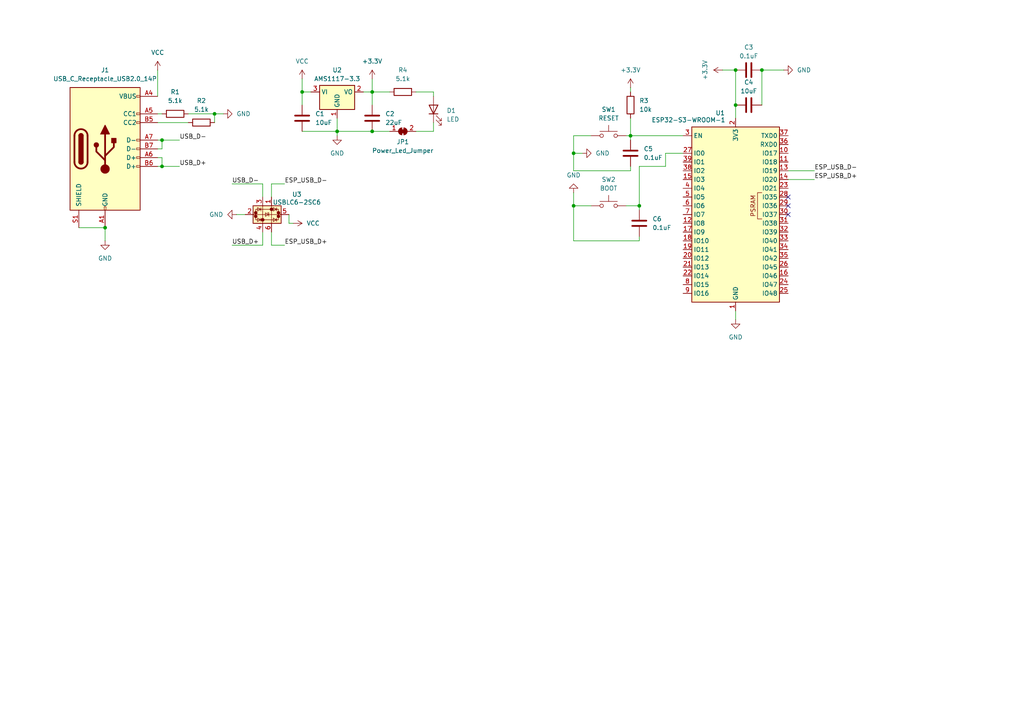
<source format=kicad_sch>
(kicad_sch (version 20231120) (generator "eeschema") (generator_version "8.0")
  (paper "A4")
  (lib_symbols
    (symbol "Connector:USB_C_Receptacle_USB2.0_14P" (pin_names (offset 1.016))
      (property "Reference" "J" (at 0 22.225 0))
      (property "Value" "USB_C_Receptacle_USB2.0_14P" (at 0 19.685 0))
      (symbol "USB_C_Receptacle_USB2.0_14P_0_0"
        (rectangle (start -0.254 -17.78) (end 0.254 -16.764))
        (rectangle (start 10.16 -4.826) (end 9.144 -5.334))
        (rectangle (start 10.16 -2.286) (end 9.144 -2.794))
        (rectangle (start 10.16 0.254) (end 9.144 -0.254))
        (rectangle (start 10.16 2.794) (end 9.144 2.286))
        (rectangle (start 10.16 7.874) (end 9.144 7.366))
        (rectangle (start 10.16 10.414) (end 9.144 9.906))
        (rectangle (start 10.16 15.494) (end 9.144 14.986))
      )
      (symbol "USB_C_Receptacle_USB2.0_14P_0_1"
        (rectangle (start -10.16 17.78) (end 10.16 -17.78) (stroke (width 0.254)) (fill (type background)))
        (arc (start -8.89 -3.81) (mid -6.985 -5.7067) (end -5.08 -3.81) (stroke (width 0.508)))
        (arc (start -7.62 -3.81) (mid -6.985 -4.4423) (end -6.35 -3.81) (stroke (width 0.254)))
        (arc (start -7.62 -3.81) (mid -6.985 -4.4423) (end -6.35 -3.81) (stroke (width 0.254)) (fill (type outline)))
        (rectangle (start -7.62 -3.81) (end -6.35 3.81) (stroke (width 0.254)) (fill (type outline)))
        (arc (start -6.35 3.81) (mid -6.985 4.4423) (end -7.62 3.81) (stroke (width 0.254)))
        (arc (start -6.35 3.81) (mid -6.985 4.4423) (end -7.62 3.81) (stroke (width 0.254)) (fill (type outline)))
        (arc (start -5.08 3.81) (mid -6.985 5.7067) (end -8.89 3.81) (stroke (width 0.508)))
        (circle (center -2.54 1.143) (radius 0.635) (stroke (width 0.254)) (fill (type outline)))
        (circle (center 0 -5.842) (radius 1.27) (fill (type outline)))
        (polyline (pts (xy -8.89 -3.81) (xy -8.89 3.81)) (stroke (width 0.508)))
        (polyline (pts (xy -5.08 3.81) (xy -5.08 -3.81)) (stroke (width 0.508)))
        (polyline (pts (xy 0 -5.842) (xy 0 4.318)) (stroke (width 0.508)))
        (polyline (pts (xy 0 -3.302) (xy -2.54 -0.762) (xy -2.54 0.508)) (stroke (width 0.508)))
        (polyline (pts (xy 0 -2.032) (xy 2.54 0.508) (xy 2.54 1.778)) (stroke (width 0.508)))
        (polyline (pts (xy -1.27 4.318) (xy 0 6.858) (xy 1.27 4.318) (xy -1.27 4.318)) (stroke (width 0.254)) (fill (type outline)))
        (rectangle (start 1.905 1.778) (end 3.175 3.048) (stroke (width 0.254)) (fill (type outline)))
      )
      (symbol "USB_C_Receptacle_USB2.0_14P_1_1"
        (pin passive line (at 0 -22.86 90) (length 5.08) (name "GND") (number "A1"))
        (pin passive line (at 0 -22.86 90) (length 5.08) hide (name "GND") (number "A12"))
        (pin passive line (at 15.24 15.24 180) (length 5.08) (name "VBUS") (number "A4"))
        (pin bidirectional line (at 15.24 10.16 180) (length 5.08) (name "CC1") (number "A5"))
        (pin bidirectional line (at 15.24 -2.54 180) (length 5.08) (name "D+") (number "A6"))
        (pin bidirectional line (at 15.24 2.54 180) (length 5.08) (name "D-") (number "A7"))
        (pin passive line (at 15.24 15.24 180) (length 5.08) hide (name "VBUS") (number "A9"))
        (pin passive line (at 0 -22.86 90) (length 5.08) hide (name "GND") (number "B1"))
        (pin passive line (at 0 -22.86 90) (length 5.08) hide (name "GND") (number "B12"))
        (pin passive line (at 15.24 15.24 180) (length 5.08) hide (name "VBUS") (number "B4"))
        (pin bidirectional line (at 15.24 7.62 180) (length 5.08) (name "CC2") (number "B5"))
        (pin bidirectional line (at 15.24 -5.08 180) (length 5.08) (name "D+") (number "B6"))
        (pin bidirectional line (at 15.24 0 180) (length 5.08) (name "D-") (number "B7"))
        (pin passive line (at 15.24 15.24 180) (length 5.08) hide (name "VBUS") (number "B9"))
        (pin passive line (at -7.62 -22.86 90) (length 5.08) (name "SHIELD") (number "S1"))
      )
    )
    (symbol "Device:C" (pin_numbers hide) (pin_names (offset 0.254))
      (property "Reference" "C" (at 0.635 2.54 0))
      (property "Value" "C" (at 0.635 -2.54 0))
      (symbol "C_0_1"
        (polyline (pts (xy -2.032 -0.762) (xy 2.032 -0.762)) (stroke (width 0.508)))
        (polyline (pts (xy -2.032 0.762) (xy 2.032 0.762)) (stroke (width 0.508)))
      )
      (symbol "C_1_1"
        (pin passive line (at 0 3.81 270) (length 2.794) (name "~") (number "1"))
        (pin passive line (at 0 -3.81 90) (length 2.794) (name "~") (number "2"))
      )
    )
    (symbol "Device:LED" (pin_numbers hide) (pin_names (offset 1.016) hide)
      (property "Reference" "D" (at 0 2.54 0))
      (property "Value" "LED" (at 0 -2.54 0))
      (symbol "LED_0_1"
        (polyline (pts (xy -1.27 -1.27) (xy -1.27 1.27)) (stroke (width 0.254)))
        (polyline (pts (xy -1.27 0) (xy 1.27 0)))
        (polyline (pts (xy 1.27 -1.27) (xy 1.27 1.27) (xy -1.27 0) (xy 1.27 -1.27)) (stroke (width 0.254)))
        (polyline (pts (xy -3.048 -0.762) (xy -4.572 -2.286) (xy -3.81 -2.286) (xy -4.572 -2.286) (xy -4.572 -1.524)))
        (polyline (pts (xy -1.778 -0.762) (xy -3.302 -2.286) (xy -2.54 -2.286) (xy -3.302 -2.286) (xy -3.302 -1.524)))
      )
      (symbol "LED_1_1"
        (pin passive line (at -3.81 0 0) (length 2.54) (name "K") (number "1"))
        (pin passive line (at 3.81 0 180) (length 2.54) (name "A") (number "2"))
      )
    )
    (symbol "Device:R" (pin_numbers hide) (pin_names (offset 0))
      (property "Reference" "R" (at 2.032 0 90))
      (property "Value" "R" (at 0 0 90))
      (symbol "R_0_1"
        (rectangle (start -1.016 -2.54) (end 1.016 2.54) (stroke (width 0.254)))
      )
      (symbol "R_1_1"
        (pin passive line (at 0 3.81 270) (length 1.27) (name "~") (number "1"))
        (pin passive line (at 0 -3.81 90) (length 1.27) (name "~") (number "2"))
      )
    )
    (symbol "Jumper:SolderJumper_2_Bridged" (pin_names (offset 0) hide)
      (property "Reference" "JP" (at 0 2.032 0))
      (property "Value" "SolderJumper_2_Bridged" (at 0 -2.54 0))
      (symbol "SolderJumper_2_Bridged_0_1"
        (rectangle (start -0.508 0.508) (end 0.508 -0.508) (fill (type outline)))
        (arc (start -0.254 1.016) (mid -1.2656 0) (end -0.254 -1.016))
        (arc (start -0.254 1.016) (mid -1.2656 0) (end -0.254 -1.016) (fill (type outline)))
        (polyline (pts (xy -0.254 1.016) (xy -0.254 -1.016)))
        (polyline (pts (xy 0.254 1.016) (xy 0.254 -1.016)))
        (arc (start 0.254 -1.016) (mid 1.2656 0) (end 0.254 1.016))
        (arc (start 0.254 -1.016) (mid 1.2656 0) (end 0.254 1.016) (fill (type outline)))
      )
      (symbol "SolderJumper_2_Bridged_1_1"
        (pin passive line (at -3.81 0 0) (length 2.54) (name "A") (number "1"))
        (pin passive line (at 3.81 0 180) (length 2.54) (name "B") (number "2"))
      )
    )
    (symbol "Power_Protection:USBLC6-2SC6" (pin_names hide)
      (property "Reference" "U" (at 0.635 5.715 0))
      (property "Value" "USBLC6-2SC6" (at 0.635 3.81 0))
      (symbol "USBLC6-2SC6_0_0"
        (circle (center -1.524 0) (radius 0.0001) (stroke (width 0.508)))
        (circle (center -0.508 -4.572) (radius 0.0001) (stroke (width 0.508)))
        (circle (center -0.508 2.032) (radius 0.0001) (stroke (width 0.508)))
        (circle (center 0.508 -4.572) (radius 0.0001) (stroke (width 0.508)))
        (circle (center 0.508 2.032) (radius 0.0001) (stroke (width 0.508)))
        (circle (center 1.524 -2.54) (radius 0.0001) (stroke (width 0.508)))
      )
      (symbol "USBLC6-2SC6_0_1"
        (polyline (pts (xy -2.54 -2.54) (xy 2.54 -2.54)))
        (polyline (pts (xy -2.54 0) (xy 2.54 0)))
        (polyline (pts (xy -2.032 -3.048) (xy -1.016 -3.048)))
        (polyline (pts (xy -1.016 1.524) (xy -2.032 1.524)))
        (polyline (pts (xy 1.016 -3.048) (xy 2.032 -3.048)))
        (polyline (pts (xy 1.016 1.524) (xy 2.032 1.524)))
        (polyline (pts (xy -0.508 -1.143) (xy -0.508 -0.762) (xy 0.508 -0.762)))
        (polyline (pts (xy -2.032 0.508) (xy -1.016 0.508) (xy -1.524 1.524) (xy -2.032 0.508)))
        (polyline (pts (xy -1.016 -4.064) (xy -2.032 -4.064) (xy -1.524 -3.048) (xy -1.016 -4.064)))
        (polyline (pts (xy 0.508 -1.778) (xy -0.508 -1.778) (xy 0 -0.762) (xy 0.508 -1.778)))
        (polyline (pts (xy 2.032 -4.064) (xy 1.016 -4.064) (xy 1.524 -3.048) (xy 2.032 -4.064)))
        (polyline (pts (xy 2.032 0.508) (xy 1.016 0.508) (xy 1.524 1.524) (xy 2.032 0.508)))
        (polyline (pts (xy 0 2.54) (xy -0.508 2.032) (xy 0.508 2.032) (xy 0 1.524) (xy 0 -4.064) (xy -0.508 -4.572) (xy 0.508 -4.572) (xy 0 -5.08)))
      )
      (symbol "USBLC6-2SC6_1_1"
        (rectangle (start -2.54 2.794) (end 2.54 -5.334) (stroke (width 0.254)) (fill (type background)))
        (polyline (pts (xy -0.508 2.032) (xy -1.524 2.032) (xy -1.524 -4.572) (xy -0.508 -4.572)))
        (polyline (pts (xy 0.508 -4.572) (xy 1.524 -4.572) (xy 1.524 2.032) (xy 0.508 2.032)))
        (pin passive line (at -5.08 0 0) (length 2.54) (name "I/O1") (number "1"))
        (pin passive line (at 0 -7.62 90) (length 2.54) (name "GND") (number "2"))
        (pin passive line (at -5.08 -2.54 0) (length 2.54) (name "I/O2") (number "3"))
        (pin passive line (at 5.08 -2.54 180) (length 2.54) (name "I/O2") (number "4"))
        (pin passive line (at 0 5.08 270) (length 2.54) (name "VBUS") (number "5"))
        (pin passive line (at 5.08 0 180) (length 2.54) (name "I/O1") (number "6"))
      )
    )
    (symbol "RF_Module:ESP32-S3-WROOM-1"
      (property "Reference" "U" (at -12.7 26.67 0))
      (property "Value" "ESP32-S3-WROOM-1" (at 12.7 26.67 0))
      (symbol "ESP32-S3-WROOM-1_0_0"
        (rectangle (start -12.7 25.4) (end 12.7 -25.4) (stroke (width 0.254)) (fill (type background)))
        (text "PSRAM" (at 5.08 2.54 900) (effects (font (size 1.27 1.27))))
      )
      (symbol "ESP32-S3-WROOM-1_0_1"
        (polyline (pts (xy 7.62 -1.27) (xy 6.35 -1.27) (xy 6.35 6.35) (xy 7.62 6.35)))
      )
      (symbol "ESP32-S3-WROOM-1_1_1"
        (pin power_in line (at 0 -27.94 90) (length 2.54) (name "GND") (number "1"))
        (pin bidirectional line (at 15.24 17.78 180) (length 2.54) (name "IO17") (number "10"))
        (pin bidirectional line (at 15.24 15.24 180) (length 2.54) (name "IO18") (number "11"))
        (pin bidirectional line (at -15.24 -2.54 0) (length 2.54) (name "IO8") (number "12"))
        (pin bidirectional line (at 15.24 12.7 180) (length 2.54) (name "IO19") (number "13"))
        (pin bidirectional line (at 15.24 10.16 180) (length 2.54) (name "IO20") (number "14"))
        (pin bidirectional line (at -15.24 10.16 0) (length 2.54) (name "IO3") (number "15"))
        (pin bidirectional line (at 15.24 -17.78 180) (length 2.54) (name "IO46") (number "16"))
        (pin bidirectional line (at -15.24 -5.08 0) (length 2.54) (name "IO9") (number "17"))
        (pin bidirectional line (at -15.24 -7.62 0) (length 2.54) (name "IO10") (number "18"))
        (pin bidirectional line (at -15.24 -10.16 0) (length 2.54) (name "IO11") (number "19"))
        (pin power_in line (at 0 27.94 270) (length 2.54) (name "3V3") (number "2"))
        (pin bidirectional line (at -15.24 -12.7 0) (length 2.54) (name "IO12") (number "20"))
        (pin bidirectional line (at -15.24 -15.24 0) (length 2.54) (name "IO13") (number "21"))
        (pin bidirectional line (at -15.24 -17.78 0) (length 2.54) (name "IO14") (number "22"))
        (pin bidirectional line (at 15.24 7.62 180) (length 2.54) (name "IO21") (number "23"))
        (pin bidirectional line (at 15.24 -20.32 180) (length 2.54) (name "IO47") (number "24"))
        (pin bidirectional line (at 15.24 -22.86 180) (length 2.54) (name "IO48") (number "25"))
        (pin bidirectional line (at 15.24 -15.24 180) (length 2.54) (name "IO45") (number "26"))
        (pin bidirectional line (at -15.24 17.78 0) (length 2.54) (name "IO0") (number "27"))
        (pin bidirectional line (at 15.24 5.08 180) (length 2.54) (name "IO35") (number "28"))
        (pin bidirectional line (at 15.24 2.54 180) (length 2.54) (name "IO36") (number "29"))
        (pin input line (at -15.24 22.86 0) (length 2.54) (name "EN") (number "3"))
        (pin bidirectional line (at 15.24 0 180) (length 2.54) (name "IO37") (number "30"))
        (pin bidirectional line (at 15.24 -2.54 180) (length 2.54) (name "IO38") (number "31"))
        (pin bidirectional line (at 15.24 -5.08 180) (length 2.54) (name "IO39") (number "32"))
        (pin bidirectional line (at 15.24 -7.62 180) (length 2.54) (name "IO40") (number "33"))
        (pin bidirectional line (at 15.24 -10.16 180) (length 2.54) (name "IO41") (number "34"))
        (pin bidirectional line (at 15.24 -12.7 180) (length 2.54) (name "IO42") (number "35"))
        (pin bidirectional line (at 15.24 20.32 180) (length 2.54) (name "RXD0") (number "36"))
        (pin bidirectional line (at 15.24 22.86 180) (length 2.54) (name "TXD0") (number "37"))
        (pin bidirectional line (at -15.24 12.7 0) (length 2.54) (name "IO2") (number "38"))
        (pin bidirectional line (at -15.24 15.24 0) (length 2.54) (name "IO1") (number "39"))
        (pin bidirectional line (at -15.24 7.62 0) (length 2.54) (name "IO4") (number "4"))
        (pin passive line (at 0 -27.94 90) (length 2.54) hide (name "GND") (number "40"))
        (pin passive line (at 0 -27.94 90) (length 2.54) hide (name "GND") (number "41"))
        (pin bidirectional line (at -15.24 5.08 0) (length 2.54) (name "IO5") (number "5"))
        (pin bidirectional line (at -15.24 2.54 0) (length 2.54) (name "IO6") (number "6"))
        (pin bidirectional line (at -15.24 0 0) (length 2.54) (name "IO7") (number "7"))
        (pin bidirectional line (at -15.24 -20.32 0) (length 2.54) (name "IO15") (number "8"))
        (pin bidirectional line (at -15.24 -22.86 0) (length 2.54) (name "IO16") (number "9"))
      )
    )
    (symbol "Regulator_Linear:AMS1117-3.3"
      (property "Reference" "U" (at -3.81 3.175 0))
      (property "Value" "AMS1117-3.3" (at 0 3.175 0))
      (symbol "AMS1117-3.3_0_1"
        (rectangle (start -5.08 -5.08) (end 5.08 1.905) (stroke (width 0.254)) (fill (type background)))
      )
      (symbol "AMS1117-3.3_1_1"
        (pin power_in line (at 0 -7.62 90) (length 2.54) (name "GND") (number "1"))
        (pin power_out line (at 7.62 0 180) (length 2.54) (name "VO") (number "2"))
        (pin power_in line (at -7.62 0 0) (length 2.54) (name "VI") (number "3"))
      )
    )
    (symbol "Switch:SW_Push" (pin_numbers hide) (pin_names (offset 1.016) hide)
      (property "Reference" "SW" (at 1.27 2.54 0))
      (property "Value" "SW_Push" (at 0 -1.524 0))
      (symbol "SW_Push_0_1"
        (circle (center -2.032 0) (radius 0.508))
        (polyline (pts (xy 0 1.27) (xy 0 3.048)))
        (polyline (pts (xy 2.54 1.27) (xy -2.54 1.27)))
        (circle (center 2.032 0) (radius 0.508))
        (pin passive line (at -5.08 0 0) (length 2.54) (name "1") (number "1"))
        (pin passive line (at 5.08 0 180) (length 2.54) (name "2") (number "2"))
      )
    )
    (symbol "power:+3.3V" (power) (pin_numbers hide) (pin_names (offset 0) hide)
      (property "Value" "+3.3V" (at 0 3.556 0))
      (symbol "+3.3V_0_1"
        (polyline (pts (xy -0.762 1.27) (xy 0 2.54)))
        (polyline (pts (xy 0 0) (xy 0 2.54)))
        (polyline (pts (xy 0 2.54) (xy 0.762 1.27)))
      )
      (symbol "+3.3V_1_1"
        (pin power_in line (at 0 0 90) (length 0) (name "~") (number "1"))
      )
    )
    (symbol "power:GND" (power) (pin_numbers hide) (pin_names (offset 0) hide)
      (property "Value" "GND" (at 0 -3.81 0))
      (symbol "GND_0_1"
        (polyline (pts (xy 0 0) (xy 0 -1.27) (xy 1.27 -1.27) (xy 0 -2.54) (xy -1.27 -1.27) (xy 0 -1.27)))
      )
      (symbol "GND_1_1"
        (pin power_in line (at 0 0 270) (length 0) (name "~") (number "1"))
      )
    )
    (symbol "power:VCC" (power) (pin_numbers hide) (pin_names (offset 0) hide)
      (property "Value" "VCC" (at 0 3.556 0))
      (symbol "VCC_0_1"
        (polyline (pts (xy -0.762 1.27) (xy 0 2.54)))
        (polyline (pts (xy 0 0) (xy 0 2.54)))
        (polyline (pts (xy 0 2.54) (xy 0.762 1.27)))
      )
      (symbol "VCC_1_1"
        (pin power_in line (at 0 0 90) (length 0) (name "~") (number "1"))
      )
    )
  )
  (junction (at 46.99 48.26))
  (junction (at 166.37 59.69))
  (junction (at 182.88 39.37))
  (junction (at 166.37 44.45))
  (junction (at 97.79 38.1))
  (junction (at 30.48 66.04))
  (junction (at 213.36 30.48))
  (junction (at 107.95 38.1))
  (junction (at 213.36 20.32))
  (junction (at 185.42 59.69))
  (junction (at 46.99 40.64))
  (junction (at 62.23 33.02))
  (junction (at 107.95 26.67))
  (junction (at 220.98 20.32))
  (junction (at 87.63 26.67))
  (no_connect (at 228.6 59.69))
  (no_connect (at 228.6 57.15))
  (no_connect (at 228.6 62.23))
  (wire (pts (xy 171.45 39.37) (xy 166.37 39.37)))
  (wire (pts (xy 182.88 49.53) (xy 182.88 48.26)))
  (wire (pts (xy 76.2 71.12) (xy 67.31 71.12)))
  (wire (pts (xy 120.65 26.67) (xy 125.73 26.67)))
  (wire (pts (xy 213.36 30.48) (xy 213.36 34.29)))
  (wire (pts (xy 45.72 48.26) (xy 46.99 48.26)))
  (wire (pts (xy 181.61 59.69) (xy 185.42 59.69)))
  (wire (pts (xy 220.98 20.32) (xy 227.33 20.32)))
  (wire (pts (xy 46.99 40.64) (xy 46.99 43.18)))
  (wire (pts (xy 185.42 68.58) (xy 185.42 69.85)))
  (wire (pts (xy 185.42 48.26) (xy 193.04 48.26)))
  (wire (pts (xy 78.74 71.12) (xy 82.55 71.12)))
  (wire (pts (xy 67.31 53.34) (xy 76.2 53.34)))
  (wire (pts (xy 83.82 64.77) (xy 83.82 62.23)))
  (wire (pts (xy 182.88 39.37) (xy 182.88 40.64)))
  (wire (pts (xy 105.41 26.67) (xy 107.95 26.67)))
  (wire (pts (xy 62.23 33.02) (xy 64.77 33.02)))
  (wire (pts (xy 46.99 45.72) (xy 46.99 48.26)))
  (wire (pts (xy 220.98 20.32) (xy 220.98 30.48)))
  (wire (pts (xy 168.91 44.45) (xy 166.37 44.45)))
  (wire (pts (xy 166.37 69.85) (xy 185.42 69.85)))
  (wire (pts (xy 45.72 40.64) (xy 46.99 40.64)))
  (wire (pts (xy 228.6 52.07) (xy 236.22 52.07)))
  (wire (pts (xy 107.95 26.67) (xy 107.95 22.86)))
  (wire (pts (xy 87.63 38.1) (xy 97.79 38.1)))
  (wire (pts (xy 82.55 53.34) (xy 78.74 53.34)))
  (wire (pts (xy 166.37 55.88) (xy 166.37 59.69)))
  (wire (pts (xy 45.72 45.72) (xy 46.99 45.72)))
  (wire (pts (xy 213.36 92.71) (xy 213.36 90.17)))
  (wire (pts (xy 166.37 39.37) (xy 166.37 44.45)))
  (wire (pts (xy 45.72 43.18) (xy 46.99 43.18)))
  (wire (pts (xy 45.72 20.32) (xy 45.72 27.94)))
  (wire (pts (xy 182.88 26.67) (xy 182.88 25.4)))
  (wire (pts (xy 182.88 39.37) (xy 198.12 39.37)))
  (wire (pts (xy 193.04 44.45) (xy 198.12 44.45)))
  (wire (pts (xy 97.79 38.1) (xy 97.79 39.37)))
  (wire (pts (xy 228.6 49.53) (xy 236.22 49.53)))
  (wire (pts (xy 182.88 34.29) (xy 182.88 39.37)))
  (wire (pts (xy 107.95 26.67) (xy 107.95 30.48)))
  (wire (pts (xy 125.73 35.56) (xy 125.73 38.1)))
  (wire (pts (xy 22.86 66.04) (xy 30.48 66.04)))
  (wire (pts (xy 54.61 33.02) (xy 62.23 33.02)))
  (wire (pts (xy 185.42 48.26) (xy 185.42 59.69)))
  (wire (pts (xy 62.23 33.02) (xy 62.23 35.56)))
  (wire (pts (xy 68.58 62.23) (xy 71.12 62.23)))
  (wire (pts (xy 76.2 67.31) (xy 76.2 71.12)))
  (wire (pts (xy 166.37 49.53) (xy 182.88 49.53)))
  (wire (pts (xy 181.61 39.37) (xy 182.88 39.37)))
  (wire (pts (xy 30.48 66.04) (xy 30.48 69.85)))
  (wire (pts (xy 185.42 59.69) (xy 185.42 60.96)))
  (wire (pts (xy 76.2 53.34) (xy 76.2 57.15)))
  (wire (pts (xy 87.63 26.67) (xy 87.63 30.48)))
  (wire (pts (xy 213.36 20.32) (xy 213.36 30.48)))
  (wire (pts (xy 45.72 35.56) (xy 54.61 35.56)))
  (wire (pts (xy 113.03 38.1) (xy 107.95 38.1)))
  (wire (pts (xy 97.79 34.29) (xy 97.79 38.1)))
  (wire (pts (xy 87.63 22.86) (xy 87.63 26.67)))
  (wire (pts (xy 166.37 44.45) (xy 166.37 49.53)))
  (wire (pts (xy 46.99 40.64) (xy 52.07 40.64)))
  (wire (pts (xy 125.73 38.1) (xy 120.65 38.1)))
  (wire (pts (xy 78.74 67.31) (xy 78.74 71.12)))
  (wire (pts (xy 46.99 48.26) (xy 52.07 48.26)))
  (wire (pts (xy 166.37 59.69) (xy 166.37 69.85)))
  (wire (pts (xy 107.95 26.67) (xy 113.03 26.67)))
  (wire (pts (xy 193.04 48.26) (xy 193.04 44.45)))
  (wire (pts (xy 45.72 33.02) (xy 46.99 33.02)))
  (wire (pts (xy 97.79 38.1) (xy 107.95 38.1)))
  (wire (pts (xy 125.73 26.67) (xy 125.73 27.94)))
  (wire (pts (xy 87.63 26.67) (xy 90.17 26.67)))
  (wire (pts (xy 78.74 53.34) (xy 78.74 57.15)))
  (wire (pts (xy 209.55 20.32) (xy 213.36 20.32)))
  (wire (pts (xy 166.37 59.69) (xy 171.45 59.69)))
  (wire (pts (xy 83.82 64.77) (xy 85.09 64.77)))
  (label "USB_D-" (at 52.07 40.64 0))
  (label "ESP_USB_D+" (at 82.55 71.12 0))
  (label "ESP_USB_D+" (at 236.22 52.07 0))
  (label "ESP_USB_D-" (at 236.22 49.53 0))
  (label "USB_D-" (at 67.31 53.34 0))
  (label "USB_D+" (at 52.07 48.26 0))
  (label "USB_D+" (at 67.31 71.12 0))
  (label "ESP_USB_D-" (at 82.55 53.34 0))
  (symbol (lib_id "Switch:SW_Push") (at 176.53 39.37 0) (unit 1)
    (property "Reference" "SW1" (at 176.53 31.75 0))
    (property "Value" "RESET" (at 176.53 34.29 0))
    (property "Footprint" "Button_Switch_SMD:SW_SPST_Omron_B3FS-105xP" (effects (hide yes)))
    (property "Description" "Push button switch, generic, two pins" (effects (hide yes)))
  )
  (symbol (lib_id "RF_Module:ESP32-S3-WROOM-1") (at 213.36 62.23 0) (unit 1)
    (property "Reference" "U1" (at 207.518 32.766 0) (effects (justify left)))
    (property "Value" "ESP32-S3-WROOM-1" (at 188.976 34.798 0) (effects (justify left)))
    (property "Footprint" "RF_Module:ESP32-S3-WROOM-1" (effects (hide yes)))
    (property "Datasheet" "https://www.espressif.com/sites/default/files/documentation/esp32-s3-wroom-1_wroom-1u_datasheet_en.pdf" (effects (hide yes)))
    (property "Description" "RF Module, ESP32-S3 SoC, Wi-Fi 802.11b/g/n, Bluetooth, BLE, 32-bit, 3.3V, onboard antenna, SMD" (effects (hide yes)))
  )
  (symbol (lib_id "power:GND") (at 227.33 20.32 90) (unit 1)
    (property "Reference" "#PWR010" (effects (hide yes)))
    (property "Value" "GND" (at 231.14 20.3199 90) (effects (justify right)))
    (property "Description" "Power symbol creates a global label with name \"GND\" , ground" (effects (hide yes)))
  )
  (symbol (lib_id "power:GND") (at 68.58 62.23 270) (unit 1)
    (property "Reference" "#PWR07" (effects (hide yes)))
    (property "Value" "GND" (at 64.77 62.2299 90) (effects (justify right)))
    (property "Description" "Power symbol creates a global label with name \"GND\" , ground" (effects (hide yes)))
  )
  (symbol (lib_id "Regulator_Linear:AMS1117-3.3") (at 97.79 26.67 0) (unit 1)
    (property "Reference" "U2" (at 97.79 20.32 0))
    (property "Value" "AMS1117-3.3" (at 97.79 22.86 0))
    (property "Footprint" "Package_TO_SOT_SMD:SOT-223-3_TabPin2" (effects (hide yes)))
    (property "Datasheet" "http://www.advanced-monolithic.com/pdf/ds1117.pdf" (effects (hide yes)))
    (property "Description" "1A Low Dropout regulator, positive, 3.3V fixed output, SOT-223" (effects (hide yes)))
  )
  (symbol (lib_id "Device:C") (at 217.17 20.32 90) (unit 1)
    (property "Reference" "C3" (at 217.17 13.716 90))
    (property "Value" "0.1uF" (at 217.17 16.256 90))
    (property "Footprint" "Capacitor_SMD:C_0805_2012Metric_Pad1.18x1.45mm_HandSolder" (effects (hide yes)))
    (property "Description" "Unpolarized capacitor" (effects (hide yes)))
  )
  (symbol (lib_id "power:+3.3V") (at 182.88 25.4 0) (unit 1)
    (property "Reference" "#PWR012" (effects (hide yes)))
    (property "Value" "+3.3V" (at 182.88 20.32 0))
    (property "Description" "Power symbol creates a global label with name \"+3.3V\"" (effects (hide yes)))
  )
  (symbol (lib_id "Device:C") (at 87.63 34.29 0) (unit 1)
    (property "Reference" "C1" (at 91.44 33.0199 0) (effects (justify left)))
    (property "Value" "10uF" (at 91.44 35.5599 0) (effects (justify left)))
    (property "Footprint" "Capacitor_SMD:C_0805_2012Metric_Pad1.18x1.45mm_HandSolder" (effects (hide yes)))
    (property "Description" "Unpolarized capacitor" (effects (hide yes)))
  )
  (symbol (lib_id "power:VCC") (at 45.72 20.32 0) (unit 1)
    (property "Reference" "#PWR05" (effects (hide yes)))
    (property "Value" "VCC" (at 45.72 15.24 0))
    (property "Description" "Power symbol creates a global label with name \"VCC\"" (effects (hide yes)))
  )
  (symbol (lib_id "Jumper:SolderJumper_2_Bridged") (at 116.84 38.1 0) (unit 1)
    (property "Reference" "JP1" (at 116.84 41.148 0))
    (property "Value" "Power_Led_Jumper" (at 116.84 43.688 0))
    (property "Footprint" "Jumper:SolderJumper-2_P1.3mm_Bridged_RoundedPad1.0x1.5mm" (effects (hide yes)))
    (property "Description" "Solder Jumper, 2-pole, closed/bridged" (effects (hide yes)))
  )
  (symbol (lib_id "Device:C") (at 107.95 34.29 0) (unit 1)
    (property "Reference" "C2" (at 111.76 33.0199 0) (effects (justify left)))
    (property "Value" "22uF" (at 111.76 35.5599 0) (effects (justify left)))
    (property "Footprint" "Capacitor_SMD:C_0805_2012Metric_Pad1.18x1.45mm_HandSolder" (effects (hide yes)))
    (property "Description" "Unpolarized capacitor" (effects (hide yes)))
  )
  (symbol (lib_id "Connector:USB_C_Receptacle_USB2.0_14P") (at 30.48 43.18 0) (unit 1)
    (property "Reference" "J1" (at 30.48 20.32 0))
    (property "Value" "USB_C_Receptacle_USB2.0_14P" (at 30.48 22.86 0))
    (property "Footprint" "Connector_USB:USB_C_Receptacle_G-Switch_GT-USB-7010ASV" (effects (hide yes)))
    (property "Datasheet" "https://www.usb.org/sites/default/files/documents/usb_type-c.zip" (effects (hide yes)))
    (property "Description" "USB 2.0-only 14P Type-C Receptacle connector" (effects (hide yes)))
  )
  (symbol (lib_id "power:GND") (at 213.36 92.71 0) (unit 1)
    (property "Reference" "#PWR01" (effects (hide yes)))
    (property "Value" "GND" (at 213.36 97.79 0))
    (property "Description" "Power symbol creates a global label with name \"GND\" , ground" (effects (hide yes)))
  )
  (symbol (lib_id "power:VCC") (at 87.63 22.86 0) (unit 1)
    (property "Reference" "#PWR08" (effects (hide yes)))
    (property "Value" "VCC" (at 87.63 17.78 0))
    (property "Description" "Power symbol creates a global label with name \"VCC\"" (effects (hide yes)))
  )
  (symbol (lib_id "Device:C") (at 185.42 64.77 0) (unit 1)
    (property "Reference" "C6" (at 189.23 63.4999 0) (effects (justify left)))
    (property "Value" "0.1uF" (at 189.23 66.0399 0) (effects (justify left)))
    (property "Footprint" "Capacitor_SMD:C_0805_2012Metric_Pad1.18x1.45mm_HandSolder" (effects (hide yes)))
    (property "Description" "Unpolarized capacitor" (effects (hide yes)))
  )
  (symbol (lib_id "Device:C") (at 182.88 44.45 0) (unit 1)
    (property "Reference" "C5" (at 186.69 43.1799 0) (effects (justify left)))
    (property "Value" "0.1uF" (at 186.69 45.7199 0) (effects (justify left)))
    (property "Footprint" "Capacitor_SMD:C_0805_2012Metric_Pad1.18x1.45mm_HandSolder" (effects (hide yes)))
    (property "Description" "Unpolarized capacitor" (effects (hide yes)))
  )
  (symbol (lib_id "Device:R") (at 182.88 30.48 0) (unit 1)
    (property "Reference" "R3" (at 185.42 29.2099 0) (effects (justify left)))
    (property "Value" "10k" (at 185.42 31.7499 0) (effects (justify left)))
    (property "Footprint" "Resistor_SMD:R_0805_2012Metric_Pad1.20x1.40mm_HandSolder" (effects (hide yes)))
    (property "Description" "Resistor" (effects (hide yes)))
  )
  (symbol (lib_id "power:GND") (at 166.37 55.88 180) (unit 1)
    (property "Reference" "#PWR014" (effects (hide yes)))
    (property "Value" "GND" (at 166.37 50.8 0))
    (property "Description" "Power symbol creates a global label with name \"GND\" , ground" (effects (hide yes)))
  )
  (symbol (lib_id "power:GND") (at 30.48 69.85 0) (unit 1)
    (property "Reference" "#PWR02" (effects (hide yes)))
    (property "Value" "GND" (at 30.48 74.93 0))
    (property "Description" "Power symbol creates a global label with name \"GND\" , ground" (effects (hide yes)))
  )
  (symbol (lib_id "Device:R") (at 116.84 26.67 90) (unit 1)
    (property "Reference" "R4" (at 116.84 20.32 90))
    (property "Value" "5.1k" (at 116.84 22.86 90))
    (property "Footprint" "Resistor_SMD:R_0805_2012Metric_Pad1.20x1.40mm_HandSolder" (effects (hide yes)))
    (property "Description" "Resistor" (effects (hide yes)))
  )
  (symbol (lib_id "power:GND") (at 97.79 39.37 0) (unit 1)
    (property "Reference" "#PWR04" (effects (hide yes)))
    (property "Value" "GND" (at 97.79 44.45 0))
    (property "Description" "Power symbol creates a global label with name \"GND\" , ground" (effects (hide yes)))
  )
  (symbol (lib_id "power:GND") (at 64.77 33.02 90) (unit 1)
    (property "Reference" "#PWR03" (effects (hide yes)))
    (property "Value" "GND" (at 68.58 33.0199 90) (effects (justify right)))
    (property "Description" "Power symbol creates a global label with name \"GND\" , ground" (effects (hide yes)))
  )
  (symbol (lib_id "power:+3.3V") (at 209.55 20.32 90) (unit 1)
    (property "Reference" "#PWR011" (effects (hide yes)))
    (property "Value" "+3.3V" (at 204.47 20.32 0))
    (property "Description" "Power symbol creates a global label with name \"+3.3V\"" (effects (hide yes)))
  )
  (symbol (lib_id "Device:LED") (at 125.73 31.75 90) (unit 1)
    (property "Reference" "D1" (at 129.54 32.0674 90) (effects (justify right)))
    (property "Value" "LED" (at 129.54 34.6074 90) (effects (justify right)))
    (property "Footprint" "LED_SMD:LED_0603_1608Metric_Pad1.05x0.95mm_HandSolder" (effects (hide yes)))
    (property "Description" "Light emitting diode" (effects (hide yes)))
  )
  (symbol (lib_id "Device:R") (at 58.42 35.56 90) (unit 1)
    (property "Reference" "R2" (at 58.42 29.21 90))
    (property "Value" "5.1k" (at 58.42 31.75 90))
    (property "Footprint" "Resistor_SMD:R_0805_2012Metric_Pad1.20x1.40mm_HandSolder" (effects (hide yes)))
    (property "Description" "Resistor" (effects (hide yes)))
  )
  (symbol (lib_id "power:GND") (at 168.91 44.45 90) (unit 1)
    (property "Reference" "#PWR013" (effects (hide yes)))
    (property "Value" "GND" (at 172.72 44.4499 90) (effects (justify right)))
    (property "Description" "Power symbol creates a global label with name \"GND\" , ground" (effects (hide yes)))
  )
  (symbol (lib_id "Device:C") (at 217.17 30.48 90) (unit 1)
    (property "Reference" "C4" (at 217.17 23.876 90))
    (property "Value" "10uF" (at 217.17 26.416 90))
    (property "Footprint" "Capacitor_SMD:C_0805_2012Metric_Pad1.18x1.45mm_HandSolder" (effects (hide yes)))
    (property "Description" "Unpolarized capacitor" (effects (hide yes)))
  )
  (symbol (lib_id "power:VCC") (at 85.09 64.77 270) (unit 1)
    (property "Reference" "#PWR06" (effects (hide yes)))
    (property "Value" "VCC" (at 88.9 64.7699 90) (effects (justify left)))
    (property "Description" "Power symbol creates a global label with name \"VCC\"" (effects (hide yes)))
  )
  (symbol (lib_id "power:+3.3V") (at 107.95 22.86 0) (unit 1)
    (property "Reference" "#PWR09" (effects (hide yes)))
    (property "Value" "+3.3V" (at 107.95 17.78 0))
    (property "Description" "Power symbol creates a global label with name \"+3.3V\"" (effects (hide yes)))
  )
  (symbol (lib_id "Power_Protection:USBLC6-2SC6") (at 78.74 62.23 270) (unit 1)
    (property "Reference" "U3" (at 86.106 56.388 90))
    (property "Value" "USBLC6-2SC6" (at 86.106 58.674 90))
    (property "Footprint" "Package_TO_SOT_SMD:SOT-23-6" (effects (hide yes)))
    (property "Datasheet" "https://www.st.com/resource/en/datasheet/usblc6-2.pdf" (effects (hide yes)))
    (property "Description" "Very low capacitance ESD protection diode, 2 data-line, SOT-23-6" (effects (hide yes)))
  )
  (symbol (lib_id "Device:R") (at 50.8 33.02 90) (unit 1)
    (property "Reference" "R1" (at 50.8 26.67 90))
    (property "Value" "5.1k" (at 50.8 29.21 90))
    (property "Footprint" "Resistor_SMD:R_0805_2012Metric_Pad1.20x1.40mm_HandSolder" (effects (hide yes)))
    (property "Description" "Resistor" (effects (hide yes)))
  )
  (symbol (lib_id "Switch:SW_Push") (at 176.53 59.69 0) (unit 1)
    (property "Reference" "SW2" (at 176.53 52.07 0))
    (property "Value" "BOOT" (at 176.53 54.61 0))
    (property "Footprint" "Button_Switch_SMD:SW_SPST_Omron_B3FS-105xP" (effects (hide yes)))
    (property "Description" "Push button switch, generic, two pins" (effects (hide yes)))
  )
)
</source>
